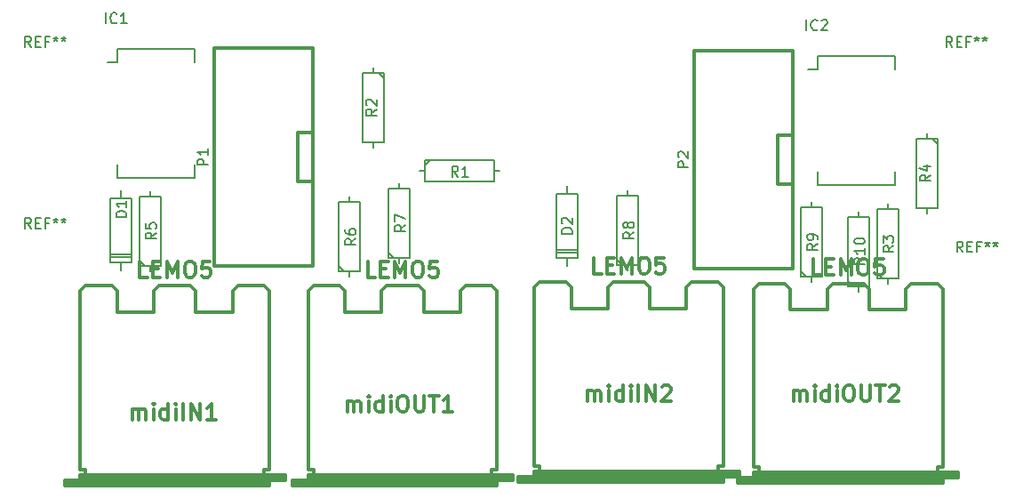
<source format=gbr>
G04 #@! TF.FileFunction,Legend,Top*
%FSLAX46Y46*%
G04 Gerber Fmt 4.6, Leading zero omitted, Abs format (unit mm)*
G04 Created by KiCad (PCBNEW 4.0.2-stable) date 15/07/2016 14:21:11*
%MOMM*%
G01*
G04 APERTURE LIST*
%ADD10C,0.100000*%
%ADD11C,0.150000*%
%ADD12C,0.304800*%
%ADD13C,0.299720*%
%ADD14C,0.203200*%
G04 APERTURE END LIST*
D10*
D11*
X46250000Y-65250000D02*
X46250000Y-64488000D01*
X46250000Y-64488000D02*
X47266000Y-64488000D01*
X47266000Y-64488000D02*
X47266000Y-58392000D01*
X47266000Y-58392000D02*
X46250000Y-58392000D01*
X46250000Y-58392000D02*
X46250000Y-57630000D01*
X46250000Y-58392000D02*
X45234000Y-58392000D01*
X45234000Y-58392000D02*
X45234000Y-64488000D01*
X45234000Y-64488000D02*
X46250000Y-64488000D01*
X47266000Y-63980000D02*
X45234000Y-63980000D01*
X45234000Y-63726000D02*
X47266000Y-63726000D01*
X88750000Y-64810000D02*
X88750000Y-64048000D01*
X88750000Y-64048000D02*
X89766000Y-64048000D01*
X89766000Y-64048000D02*
X89766000Y-57952000D01*
X89766000Y-57952000D02*
X88750000Y-57952000D01*
X88750000Y-57952000D02*
X88750000Y-57190000D01*
X88750000Y-57952000D02*
X87734000Y-57952000D01*
X87734000Y-57952000D02*
X87734000Y-64048000D01*
X87734000Y-64048000D02*
X88750000Y-64048000D01*
X89766000Y-63540000D02*
X87734000Y-63540000D01*
X87734000Y-63286000D02*
X89766000Y-63286000D01*
X45885000Y-44205000D02*
X45885000Y-45475000D01*
X53235000Y-44205000D02*
X53235000Y-45475000D01*
X53235000Y-56415000D02*
X53235000Y-55145000D01*
X45885000Y-56415000D02*
X45885000Y-55145000D01*
X45885000Y-44205000D02*
X53235000Y-44205000D01*
X45885000Y-56415000D02*
X53235000Y-56415000D01*
X45885000Y-45475000D02*
X44950000Y-45475000D01*
X112635000Y-44875000D02*
X112635000Y-46145000D01*
X119985000Y-44875000D02*
X119985000Y-46145000D01*
X119985000Y-57085000D02*
X119985000Y-55815000D01*
X112635000Y-57085000D02*
X112635000Y-55815000D01*
X112635000Y-44875000D02*
X119985000Y-44875000D01*
X112635000Y-57085000D02*
X119985000Y-57085000D01*
X112635000Y-46145000D02*
X111700000Y-46145000D01*
D12*
X42353541Y-84975040D02*
X61853121Y-84975040D01*
X60351981Y-85223960D02*
X42353541Y-85223960D01*
X40852401Y-85475420D02*
X60351981Y-85475420D01*
X42353541Y-67225520D02*
X42353541Y-84225740D01*
X42353541Y-67225520D02*
X42853921Y-66725140D01*
X42853921Y-66725140D02*
X45353281Y-66725140D01*
X45353281Y-66725140D02*
X45853661Y-67225520D01*
X45853661Y-67225520D02*
X45853661Y-69224500D01*
X45853661Y-69224500D02*
X49353781Y-69224500D01*
X60351981Y-67225520D02*
X60351981Y-84225740D01*
X60351981Y-67225520D02*
X59851601Y-66725140D01*
X59851601Y-66725140D02*
X57852621Y-66725140D01*
X57852621Y-66725140D02*
X57352241Y-66725140D01*
X57352241Y-66725140D02*
X56851861Y-67225520D01*
X56851861Y-67225520D02*
X56851861Y-69224500D01*
X56851861Y-69224500D02*
X53351741Y-69224500D01*
X49851621Y-66725140D02*
X49353781Y-67225520D01*
X49353781Y-67225520D02*
X49353781Y-69224500D01*
X49851621Y-66725140D02*
X52853901Y-66725140D01*
X52853901Y-66725140D02*
X53351741Y-67225520D01*
X53351741Y-67225520D02*
X53351741Y-69224500D01*
X61853121Y-85223960D02*
X60351981Y-85223960D01*
X60351981Y-85223960D02*
X60351981Y-85724340D01*
X60351981Y-85724340D02*
X40852401Y-85724340D01*
X40852401Y-85223960D02*
X42353541Y-85223960D01*
X42353541Y-85223960D02*
X42353541Y-84723580D01*
X42353541Y-84723580D02*
X61853121Y-84723580D01*
X60351981Y-84225740D02*
X59851601Y-84225740D01*
X42353541Y-84225740D02*
X42853921Y-84225740D01*
X59851601Y-84723580D02*
X59851601Y-84225740D01*
X42853921Y-84225740D02*
X42853921Y-84723580D01*
X40852401Y-85724340D02*
X40852401Y-85223960D01*
X61853121Y-84723580D02*
X61853121Y-85223960D01*
X85603541Y-84615040D02*
X105103121Y-84615040D01*
X103601981Y-84863960D02*
X85603541Y-84863960D01*
X84102401Y-85115420D02*
X103601981Y-85115420D01*
X85603541Y-66865520D02*
X85603541Y-83865740D01*
X85603541Y-66865520D02*
X86103921Y-66365140D01*
X86103921Y-66365140D02*
X88603281Y-66365140D01*
X88603281Y-66365140D02*
X89103661Y-66865520D01*
X89103661Y-66865520D02*
X89103661Y-68864500D01*
X89103661Y-68864500D02*
X92603781Y-68864500D01*
X103601981Y-66865520D02*
X103601981Y-83865740D01*
X103601981Y-66865520D02*
X103101601Y-66365140D01*
X103101601Y-66365140D02*
X101102621Y-66365140D01*
X101102621Y-66365140D02*
X100602241Y-66365140D01*
X100602241Y-66365140D02*
X100101861Y-66865520D01*
X100101861Y-66865520D02*
X100101861Y-68864500D01*
X100101861Y-68864500D02*
X96601741Y-68864500D01*
X93101621Y-66365140D02*
X92603781Y-66865520D01*
X92603781Y-66865520D02*
X92603781Y-68864500D01*
X93101621Y-66365140D02*
X96103901Y-66365140D01*
X96103901Y-66365140D02*
X96601741Y-66865520D01*
X96601741Y-66865520D02*
X96601741Y-68864500D01*
X105103121Y-84863960D02*
X103601981Y-84863960D01*
X103601981Y-84863960D02*
X103601981Y-85364340D01*
X103601981Y-85364340D02*
X84102401Y-85364340D01*
X84102401Y-84863960D02*
X85603541Y-84863960D01*
X85603541Y-84863960D02*
X85603541Y-84363580D01*
X85603541Y-84363580D02*
X105103121Y-84363580D01*
X103601981Y-83865740D02*
X103101601Y-83865740D01*
X85603541Y-83865740D02*
X86103921Y-83865740D01*
X103101601Y-84363580D02*
X103101601Y-83865740D01*
X86103921Y-83865740D02*
X86103921Y-84363580D01*
X84102401Y-85364340D02*
X84102401Y-84863960D01*
X105103121Y-84363580D02*
X105103121Y-84863960D01*
X64053541Y-84975040D02*
X83553121Y-84975040D01*
X82051981Y-85223960D02*
X64053541Y-85223960D01*
X62552401Y-85475420D02*
X82051981Y-85475420D01*
X64053541Y-67225520D02*
X64053541Y-84225740D01*
X64053541Y-67225520D02*
X64553921Y-66725140D01*
X64553921Y-66725140D02*
X67053281Y-66725140D01*
X67053281Y-66725140D02*
X67553661Y-67225520D01*
X67553661Y-67225520D02*
X67553661Y-69224500D01*
X67553661Y-69224500D02*
X71053781Y-69224500D01*
X82051981Y-67225520D02*
X82051981Y-84225740D01*
X82051981Y-67225520D02*
X81551601Y-66725140D01*
X81551601Y-66725140D02*
X79552621Y-66725140D01*
X79552621Y-66725140D02*
X79052241Y-66725140D01*
X79052241Y-66725140D02*
X78551861Y-67225520D01*
X78551861Y-67225520D02*
X78551861Y-69224500D01*
X78551861Y-69224500D02*
X75051741Y-69224500D01*
X71551621Y-66725140D02*
X71053781Y-67225520D01*
X71053781Y-67225520D02*
X71053781Y-69224500D01*
X71551621Y-66725140D02*
X74553901Y-66725140D01*
X74553901Y-66725140D02*
X75051741Y-67225520D01*
X75051741Y-67225520D02*
X75051741Y-69224500D01*
X83553121Y-85223960D02*
X82051981Y-85223960D01*
X82051981Y-85223960D02*
X82051981Y-85724340D01*
X82051981Y-85724340D02*
X62552401Y-85724340D01*
X62552401Y-85223960D02*
X64053541Y-85223960D01*
X64053541Y-85223960D02*
X64053541Y-84723580D01*
X64053541Y-84723580D02*
X83553121Y-84723580D01*
X82051981Y-84225740D02*
X81551601Y-84225740D01*
X64053541Y-84225740D02*
X64553921Y-84225740D01*
X81551601Y-84723580D02*
X81551601Y-84225740D01*
X64553921Y-84225740D02*
X64553921Y-84723580D01*
X62552401Y-85724340D02*
X62552401Y-85223960D01*
X83553121Y-84723580D02*
X83553121Y-85223960D01*
X106500780Y-84750300D02*
X126000360Y-84750300D01*
X124499220Y-84999220D02*
X106500780Y-84999220D01*
X104999640Y-85250680D02*
X124499220Y-85250680D01*
X106500780Y-67000780D02*
X106500780Y-84001000D01*
X106500780Y-67000780D02*
X107001160Y-66500400D01*
X107001160Y-66500400D02*
X109500520Y-66500400D01*
X109500520Y-66500400D02*
X110000900Y-67000780D01*
X110000900Y-67000780D02*
X110000900Y-68999760D01*
X110000900Y-68999760D02*
X113501020Y-68999760D01*
X124499220Y-67000780D02*
X124499220Y-84001000D01*
X124499220Y-67000780D02*
X123998840Y-66500400D01*
X123998840Y-66500400D02*
X121999860Y-66500400D01*
X121999860Y-66500400D02*
X121499480Y-66500400D01*
X121499480Y-66500400D02*
X120999100Y-67000780D01*
X120999100Y-67000780D02*
X120999100Y-68999760D01*
X120999100Y-68999760D02*
X117498980Y-68999760D01*
X113998860Y-66500400D02*
X113501020Y-67000780D01*
X113501020Y-67000780D02*
X113501020Y-68999760D01*
X113998860Y-66500400D02*
X117001140Y-66500400D01*
X117001140Y-66500400D02*
X117498980Y-67000780D01*
X117498980Y-67000780D02*
X117498980Y-68999760D01*
X126000360Y-84999220D02*
X124499220Y-84999220D01*
X124499220Y-84999220D02*
X124499220Y-85499600D01*
X124499220Y-85499600D02*
X104999640Y-85499600D01*
X104999640Y-84999220D02*
X106500780Y-84999220D01*
X106500780Y-84999220D02*
X106500780Y-84498840D01*
X106500780Y-84498840D02*
X126000360Y-84498840D01*
X124499220Y-84001000D02*
X123998840Y-84001000D01*
X106500780Y-84001000D02*
X107001160Y-84001000D01*
X123998840Y-84498840D02*
X123998840Y-84001000D01*
X107001160Y-84001000D02*
X107001160Y-84498840D01*
X104999640Y-85499600D02*
X104999640Y-84999220D01*
X126000360Y-84498840D02*
X126000360Y-84999220D01*
X64470000Y-64860000D02*
X64470000Y-44060000D01*
X55070000Y-44060000D02*
X55070000Y-64860000D01*
X55070000Y-64860000D02*
X64470000Y-64860000D01*
X55070000Y-44060000D02*
X64470000Y-44060000D01*
D13*
X64470000Y-52160000D02*
X63070000Y-52160000D01*
X63070000Y-52160000D02*
X63070000Y-56760000D01*
X63070000Y-56760000D02*
X64470000Y-56760000D01*
D12*
X110220000Y-65110000D02*
X110220000Y-44310000D01*
X100820000Y-44310000D02*
X100820000Y-65110000D01*
X100820000Y-65110000D02*
X110220000Y-65110000D01*
X100820000Y-44310000D02*
X110220000Y-44310000D01*
D13*
X110220000Y-52410000D02*
X108820000Y-52410000D01*
X108820000Y-52410000D02*
X108820000Y-57010000D01*
X108820000Y-57010000D02*
X110220000Y-57010000D01*
D11*
X74690000Y-55750000D02*
X75198000Y-55750000D01*
X82310000Y-55750000D02*
X81802000Y-55750000D01*
X81802000Y-55750000D02*
X81802000Y-54734000D01*
X81802000Y-54734000D02*
X75198000Y-54734000D01*
X75198000Y-54734000D02*
X75198000Y-56766000D01*
X75198000Y-56766000D02*
X81802000Y-56766000D01*
X81802000Y-56766000D02*
X81802000Y-55750000D01*
X75198000Y-55242000D02*
X75706000Y-54734000D01*
X70250000Y-45940000D02*
X70250000Y-46448000D01*
X70250000Y-53560000D02*
X70250000Y-53052000D01*
X70250000Y-53052000D02*
X71266000Y-53052000D01*
X71266000Y-53052000D02*
X71266000Y-46448000D01*
X71266000Y-46448000D02*
X69234000Y-46448000D01*
X69234000Y-46448000D02*
X69234000Y-53052000D01*
X69234000Y-53052000D02*
X70250000Y-53052000D01*
X70758000Y-46448000D02*
X71266000Y-46956000D01*
X119250000Y-66560000D02*
X119250000Y-66052000D01*
X119250000Y-58940000D02*
X119250000Y-59448000D01*
X119250000Y-59448000D02*
X118234000Y-59448000D01*
X118234000Y-59448000D02*
X118234000Y-66052000D01*
X118234000Y-66052000D02*
X120266000Y-66052000D01*
X120266000Y-66052000D02*
X120266000Y-59448000D01*
X120266000Y-59448000D02*
X119250000Y-59448000D01*
X118742000Y-66052000D02*
X118234000Y-65544000D01*
X123000000Y-52190000D02*
X123000000Y-52698000D01*
X123000000Y-59810000D02*
X123000000Y-59302000D01*
X123000000Y-59302000D02*
X124016000Y-59302000D01*
X124016000Y-59302000D02*
X124016000Y-52698000D01*
X124016000Y-52698000D02*
X121984000Y-52698000D01*
X121984000Y-52698000D02*
X121984000Y-59302000D01*
X121984000Y-59302000D02*
X123000000Y-59302000D01*
X123508000Y-52698000D02*
X124016000Y-53206000D01*
X49000000Y-65310000D02*
X49000000Y-64802000D01*
X49000000Y-57690000D02*
X49000000Y-58198000D01*
X49000000Y-58198000D02*
X47984000Y-58198000D01*
X47984000Y-58198000D02*
X47984000Y-64802000D01*
X47984000Y-64802000D02*
X50016000Y-64802000D01*
X50016000Y-64802000D02*
X50016000Y-58198000D01*
X50016000Y-58198000D02*
X49000000Y-58198000D01*
X48492000Y-64802000D02*
X47984000Y-64294000D01*
X68000000Y-65870000D02*
X68000000Y-65362000D01*
X68000000Y-58250000D02*
X68000000Y-58758000D01*
X68000000Y-58758000D02*
X66984000Y-58758000D01*
X66984000Y-58758000D02*
X66984000Y-65362000D01*
X66984000Y-65362000D02*
X69016000Y-65362000D01*
X69016000Y-65362000D02*
X69016000Y-58758000D01*
X69016000Y-58758000D02*
X68000000Y-58758000D01*
X67492000Y-65362000D02*
X66984000Y-64854000D01*
X72750000Y-64560000D02*
X72750000Y-64052000D01*
X72750000Y-56940000D02*
X72750000Y-57448000D01*
X72750000Y-57448000D02*
X71734000Y-57448000D01*
X71734000Y-57448000D02*
X71734000Y-64052000D01*
X71734000Y-64052000D02*
X73766000Y-64052000D01*
X73766000Y-64052000D02*
X73766000Y-57448000D01*
X73766000Y-57448000D02*
X72750000Y-57448000D01*
X72242000Y-64052000D02*
X71734000Y-63544000D01*
X94500000Y-65250000D02*
X94500000Y-64742000D01*
X94500000Y-57630000D02*
X94500000Y-58138000D01*
X94500000Y-58138000D02*
X93484000Y-58138000D01*
X93484000Y-58138000D02*
X93484000Y-64742000D01*
X93484000Y-64742000D02*
X95516000Y-64742000D01*
X95516000Y-64742000D02*
X95516000Y-58138000D01*
X95516000Y-58138000D02*
X94500000Y-58138000D01*
X93992000Y-64742000D02*
X93484000Y-64234000D01*
X112000000Y-66370000D02*
X112000000Y-65862000D01*
X112000000Y-58750000D02*
X112000000Y-59258000D01*
X112000000Y-59258000D02*
X110984000Y-59258000D01*
X110984000Y-59258000D02*
X110984000Y-65862000D01*
X110984000Y-65862000D02*
X113016000Y-65862000D01*
X113016000Y-65862000D02*
X113016000Y-59258000D01*
X113016000Y-59258000D02*
X112000000Y-59258000D01*
X111492000Y-65862000D02*
X110984000Y-65354000D01*
X116500000Y-67250000D02*
X116500000Y-66742000D01*
X116500000Y-59630000D02*
X116500000Y-60138000D01*
X116500000Y-60138000D02*
X115484000Y-60138000D01*
X115484000Y-60138000D02*
X115484000Y-66742000D01*
X115484000Y-66742000D02*
X117516000Y-66742000D01*
X117516000Y-66742000D02*
X117516000Y-60138000D01*
X117516000Y-60138000D02*
X116500000Y-60138000D01*
X115992000Y-66742000D02*
X115484000Y-66234000D01*
X37666667Y-61252381D02*
X37333333Y-60776190D01*
X37095238Y-61252381D02*
X37095238Y-60252381D01*
X37476191Y-60252381D01*
X37571429Y-60300000D01*
X37619048Y-60347619D01*
X37666667Y-60442857D01*
X37666667Y-60585714D01*
X37619048Y-60680952D01*
X37571429Y-60728571D01*
X37476191Y-60776190D01*
X37095238Y-60776190D01*
X38095238Y-60728571D02*
X38428572Y-60728571D01*
X38571429Y-61252381D02*
X38095238Y-61252381D01*
X38095238Y-60252381D01*
X38571429Y-60252381D01*
X39333334Y-60728571D02*
X39000000Y-60728571D01*
X39000000Y-61252381D02*
X39000000Y-60252381D01*
X39476191Y-60252381D01*
X40000000Y-60252381D02*
X40000000Y-60490476D01*
X39761905Y-60395238D02*
X40000000Y-60490476D01*
X40238096Y-60395238D01*
X39857143Y-60680952D02*
X40000000Y-60490476D01*
X40142858Y-60680952D01*
X40761905Y-60252381D02*
X40761905Y-60490476D01*
X40523810Y-60395238D02*
X40761905Y-60490476D01*
X41000001Y-60395238D01*
X40619048Y-60680952D02*
X40761905Y-60490476D01*
X40904763Y-60680952D01*
X126416667Y-63502381D02*
X126083333Y-63026190D01*
X125845238Y-63502381D02*
X125845238Y-62502381D01*
X126226191Y-62502381D01*
X126321429Y-62550000D01*
X126369048Y-62597619D01*
X126416667Y-62692857D01*
X126416667Y-62835714D01*
X126369048Y-62930952D01*
X126321429Y-62978571D01*
X126226191Y-63026190D01*
X125845238Y-63026190D01*
X126845238Y-62978571D02*
X127178572Y-62978571D01*
X127321429Y-63502381D02*
X126845238Y-63502381D01*
X126845238Y-62502381D01*
X127321429Y-62502381D01*
X128083334Y-62978571D02*
X127750000Y-62978571D01*
X127750000Y-63502381D02*
X127750000Y-62502381D01*
X128226191Y-62502381D01*
X128750000Y-62502381D02*
X128750000Y-62740476D01*
X128511905Y-62645238D02*
X128750000Y-62740476D01*
X128988096Y-62645238D01*
X128607143Y-62930952D02*
X128750000Y-62740476D01*
X128892858Y-62930952D01*
X129511905Y-62502381D02*
X129511905Y-62740476D01*
X129273810Y-62645238D02*
X129511905Y-62740476D01*
X129750001Y-62645238D01*
X129369048Y-62930952D02*
X129511905Y-62740476D01*
X129654763Y-62930952D01*
X125416667Y-44002381D02*
X125083333Y-43526190D01*
X124845238Y-44002381D02*
X124845238Y-43002381D01*
X125226191Y-43002381D01*
X125321429Y-43050000D01*
X125369048Y-43097619D01*
X125416667Y-43192857D01*
X125416667Y-43335714D01*
X125369048Y-43430952D01*
X125321429Y-43478571D01*
X125226191Y-43526190D01*
X124845238Y-43526190D01*
X125845238Y-43478571D02*
X126178572Y-43478571D01*
X126321429Y-44002381D02*
X125845238Y-44002381D01*
X125845238Y-43002381D01*
X126321429Y-43002381D01*
X127083334Y-43478571D02*
X126750000Y-43478571D01*
X126750000Y-44002381D02*
X126750000Y-43002381D01*
X127226191Y-43002381D01*
X127750000Y-43002381D02*
X127750000Y-43240476D01*
X127511905Y-43145238D02*
X127750000Y-43240476D01*
X127988096Y-43145238D01*
X127607143Y-43430952D02*
X127750000Y-43240476D01*
X127892858Y-43430952D01*
X128511905Y-43002381D02*
X128511905Y-43240476D01*
X128273810Y-43145238D02*
X128511905Y-43240476D01*
X128750001Y-43145238D01*
X128369048Y-43430952D02*
X128511905Y-43240476D01*
X128654763Y-43430952D01*
X37666667Y-44002381D02*
X37333333Y-43526190D01*
X37095238Y-44002381D02*
X37095238Y-43002381D01*
X37476191Y-43002381D01*
X37571429Y-43050000D01*
X37619048Y-43097619D01*
X37666667Y-43192857D01*
X37666667Y-43335714D01*
X37619048Y-43430952D01*
X37571429Y-43478571D01*
X37476191Y-43526190D01*
X37095238Y-43526190D01*
X38095238Y-43478571D02*
X38428572Y-43478571D01*
X38571429Y-44002381D02*
X38095238Y-44002381D01*
X38095238Y-43002381D01*
X38571429Y-43002381D01*
X39333334Y-43478571D02*
X39000000Y-43478571D01*
X39000000Y-44002381D02*
X39000000Y-43002381D01*
X39476191Y-43002381D01*
X40000000Y-43002381D02*
X40000000Y-43240476D01*
X39761905Y-43145238D02*
X40000000Y-43240476D01*
X40238096Y-43145238D01*
X39857143Y-43430952D02*
X40000000Y-43240476D01*
X40142858Y-43430952D01*
X40761905Y-43002381D02*
X40761905Y-43240476D01*
X40523810Y-43145238D02*
X40761905Y-43240476D01*
X41000001Y-43145238D01*
X40619048Y-43430952D02*
X40761905Y-43240476D01*
X40904763Y-43430952D01*
X46762381Y-60178095D02*
X45762381Y-60178095D01*
X45762381Y-59940000D01*
X45810000Y-59797142D01*
X45905238Y-59701904D01*
X46000476Y-59654285D01*
X46190952Y-59606666D01*
X46333810Y-59606666D01*
X46524286Y-59654285D01*
X46619524Y-59701904D01*
X46714762Y-59797142D01*
X46762381Y-59940000D01*
X46762381Y-60178095D01*
X46762381Y-58654285D02*
X46762381Y-59225714D01*
X46762381Y-58940000D02*
X45762381Y-58940000D01*
X45905238Y-59035238D01*
X46000476Y-59130476D01*
X46048095Y-59225714D01*
X89202381Y-61738095D02*
X88202381Y-61738095D01*
X88202381Y-61500000D01*
X88250000Y-61357142D01*
X88345238Y-61261904D01*
X88440476Y-61214285D01*
X88630952Y-61166666D01*
X88773810Y-61166666D01*
X88964286Y-61214285D01*
X89059524Y-61261904D01*
X89154762Y-61357142D01*
X89202381Y-61500000D01*
X89202381Y-61738095D01*
X88297619Y-60785714D02*
X88250000Y-60738095D01*
X88202381Y-60642857D01*
X88202381Y-60404761D01*
X88250000Y-60309523D01*
X88297619Y-60261904D01*
X88392857Y-60214285D01*
X88488095Y-60214285D01*
X88630952Y-60261904D01*
X89202381Y-60833333D01*
X89202381Y-60214285D01*
X44773810Y-41732381D02*
X44773810Y-40732381D01*
X45821429Y-41637143D02*
X45773810Y-41684762D01*
X45630953Y-41732381D01*
X45535715Y-41732381D01*
X45392857Y-41684762D01*
X45297619Y-41589524D01*
X45250000Y-41494286D01*
X45202381Y-41303810D01*
X45202381Y-41160952D01*
X45250000Y-40970476D01*
X45297619Y-40875238D01*
X45392857Y-40780000D01*
X45535715Y-40732381D01*
X45630953Y-40732381D01*
X45773810Y-40780000D01*
X45821429Y-40827619D01*
X46773810Y-41732381D02*
X46202381Y-41732381D01*
X46488095Y-41732381D02*
X46488095Y-40732381D01*
X46392857Y-40875238D01*
X46297619Y-40970476D01*
X46202381Y-41018095D01*
X111523810Y-42402381D02*
X111523810Y-41402381D01*
X112571429Y-42307143D02*
X112523810Y-42354762D01*
X112380953Y-42402381D01*
X112285715Y-42402381D01*
X112142857Y-42354762D01*
X112047619Y-42259524D01*
X112000000Y-42164286D01*
X111952381Y-41973810D01*
X111952381Y-41830952D01*
X112000000Y-41640476D01*
X112047619Y-41545238D01*
X112142857Y-41450000D01*
X112285715Y-41402381D01*
X112380953Y-41402381D01*
X112523810Y-41450000D01*
X112571429Y-41497619D01*
X112952381Y-41497619D02*
X113000000Y-41450000D01*
X113095238Y-41402381D01*
X113333334Y-41402381D01*
X113428572Y-41450000D01*
X113476191Y-41497619D01*
X113523810Y-41592857D01*
X113523810Y-41688095D01*
X113476191Y-41830952D01*
X112904762Y-42402381D01*
X113523810Y-42402381D01*
D12*
X47294858Y-79439429D02*
X47294858Y-78423429D01*
X47294858Y-78568571D02*
X47367430Y-78496000D01*
X47512572Y-78423429D01*
X47730287Y-78423429D01*
X47875430Y-78496000D01*
X47948001Y-78641143D01*
X47948001Y-79439429D01*
X47948001Y-78641143D02*
X48020572Y-78496000D01*
X48165715Y-78423429D01*
X48383430Y-78423429D01*
X48528572Y-78496000D01*
X48601144Y-78641143D01*
X48601144Y-79439429D01*
X49326858Y-79439429D02*
X49326858Y-78423429D01*
X49326858Y-77915429D02*
X49254287Y-77988000D01*
X49326858Y-78060571D01*
X49399430Y-77988000D01*
X49326858Y-77915429D01*
X49326858Y-78060571D01*
X50705715Y-79439429D02*
X50705715Y-77915429D01*
X50705715Y-79366857D02*
X50560572Y-79439429D01*
X50270286Y-79439429D01*
X50125144Y-79366857D01*
X50052572Y-79294286D01*
X49980001Y-79149143D01*
X49980001Y-78713714D01*
X50052572Y-78568571D01*
X50125144Y-78496000D01*
X50270286Y-78423429D01*
X50560572Y-78423429D01*
X50705715Y-78496000D01*
X51431429Y-79439429D02*
X51431429Y-78423429D01*
X51431429Y-77915429D02*
X51358858Y-77988000D01*
X51431429Y-78060571D01*
X51504001Y-77988000D01*
X51431429Y-77915429D01*
X51431429Y-78060571D01*
X52157143Y-79439429D02*
X52157143Y-77915429D01*
X52882857Y-79439429D02*
X52882857Y-77915429D01*
X53753714Y-79439429D01*
X53753714Y-77915429D01*
X55277714Y-79439429D02*
X54406857Y-79439429D01*
X54842285Y-79439429D02*
X54842285Y-77915429D01*
X54697142Y-78133143D01*
X54552000Y-78278286D01*
X54406857Y-78350857D01*
X48740190Y-65913429D02*
X48014476Y-65913429D01*
X48014476Y-64389429D01*
X49248190Y-65115143D02*
X49756190Y-65115143D01*
X49973904Y-65913429D02*
X49248190Y-65913429D01*
X49248190Y-64389429D01*
X49973904Y-64389429D01*
X50627047Y-65913429D02*
X50627047Y-64389429D01*
X51135047Y-65478000D01*
X51643047Y-64389429D01*
X51643047Y-65913429D01*
X52659047Y-64389429D02*
X52949333Y-64389429D01*
X53094475Y-64462000D01*
X53239618Y-64607143D01*
X53312190Y-64897429D01*
X53312190Y-65405429D01*
X53239618Y-65695714D01*
X53094475Y-65840857D01*
X52949333Y-65913429D01*
X52659047Y-65913429D01*
X52513904Y-65840857D01*
X52368761Y-65695714D01*
X52296190Y-65405429D01*
X52296190Y-64897429D01*
X52368761Y-64607143D01*
X52513904Y-64462000D01*
X52659047Y-64389429D01*
X54691046Y-64389429D02*
X53965332Y-64389429D01*
X53892761Y-65115143D01*
X53965332Y-65042571D01*
X54110475Y-64970000D01*
X54473332Y-64970000D01*
X54618475Y-65042571D01*
X54691046Y-65115143D01*
X54763618Y-65260286D01*
X54763618Y-65623143D01*
X54691046Y-65768286D01*
X54618475Y-65840857D01*
X54473332Y-65913429D01*
X54110475Y-65913429D01*
X53965332Y-65840857D01*
X53892761Y-65768286D01*
X90647619Y-77689429D02*
X90647619Y-76673429D01*
X90647619Y-76818571D02*
X90720191Y-76746000D01*
X90865333Y-76673429D01*
X91083048Y-76673429D01*
X91228191Y-76746000D01*
X91300762Y-76891143D01*
X91300762Y-77689429D01*
X91300762Y-76891143D02*
X91373333Y-76746000D01*
X91518476Y-76673429D01*
X91736191Y-76673429D01*
X91881333Y-76746000D01*
X91953905Y-76891143D01*
X91953905Y-77689429D01*
X92679619Y-77689429D02*
X92679619Y-76673429D01*
X92679619Y-76165429D02*
X92607048Y-76238000D01*
X92679619Y-76310571D01*
X92752191Y-76238000D01*
X92679619Y-76165429D01*
X92679619Y-76310571D01*
X94058476Y-77689429D02*
X94058476Y-76165429D01*
X94058476Y-77616857D02*
X93913333Y-77689429D01*
X93623047Y-77689429D01*
X93477905Y-77616857D01*
X93405333Y-77544286D01*
X93332762Y-77399143D01*
X93332762Y-76963714D01*
X93405333Y-76818571D01*
X93477905Y-76746000D01*
X93623047Y-76673429D01*
X93913333Y-76673429D01*
X94058476Y-76746000D01*
X94784190Y-77689429D02*
X94784190Y-76673429D01*
X94784190Y-76165429D02*
X94711619Y-76238000D01*
X94784190Y-76310571D01*
X94856762Y-76238000D01*
X94784190Y-76165429D01*
X94784190Y-76310571D01*
X95509904Y-77689429D02*
X95509904Y-76165429D01*
X96235618Y-77689429D02*
X96235618Y-76165429D01*
X97106475Y-77689429D01*
X97106475Y-76165429D01*
X97759618Y-76310571D02*
X97832189Y-76238000D01*
X97977332Y-76165429D01*
X98340189Y-76165429D01*
X98485332Y-76238000D01*
X98557903Y-76310571D01*
X98630475Y-76455714D01*
X98630475Y-76600857D01*
X98557903Y-76818571D01*
X97687046Y-77689429D01*
X98630475Y-77689429D01*
X91990190Y-65553429D02*
X91264476Y-65553429D01*
X91264476Y-64029429D01*
X92498190Y-64755143D02*
X93006190Y-64755143D01*
X93223904Y-65553429D02*
X92498190Y-65553429D01*
X92498190Y-64029429D01*
X93223904Y-64029429D01*
X93877047Y-65553429D02*
X93877047Y-64029429D01*
X94385047Y-65118000D01*
X94893047Y-64029429D01*
X94893047Y-65553429D01*
X95909047Y-64029429D02*
X96199333Y-64029429D01*
X96344475Y-64102000D01*
X96489618Y-64247143D01*
X96562190Y-64537429D01*
X96562190Y-65045429D01*
X96489618Y-65335714D01*
X96344475Y-65480857D01*
X96199333Y-65553429D01*
X95909047Y-65553429D01*
X95763904Y-65480857D01*
X95618761Y-65335714D01*
X95546190Y-65045429D01*
X95546190Y-64537429D01*
X95618761Y-64247143D01*
X95763904Y-64102000D01*
X95909047Y-64029429D01*
X97941046Y-64029429D02*
X97215332Y-64029429D01*
X97142761Y-64755143D01*
X97215332Y-64682571D01*
X97360475Y-64610000D01*
X97723332Y-64610000D01*
X97868475Y-64682571D01*
X97941046Y-64755143D01*
X98013618Y-64900286D01*
X98013618Y-65263143D01*
X97941046Y-65408286D01*
X97868475Y-65480857D01*
X97723332Y-65553429D01*
X97360475Y-65553429D01*
X97215332Y-65480857D01*
X97142761Y-65408286D01*
X67778858Y-78689429D02*
X67778858Y-77673429D01*
X67778858Y-77818571D02*
X67851430Y-77746000D01*
X67996572Y-77673429D01*
X68214287Y-77673429D01*
X68359430Y-77746000D01*
X68432001Y-77891143D01*
X68432001Y-78689429D01*
X68432001Y-77891143D02*
X68504572Y-77746000D01*
X68649715Y-77673429D01*
X68867430Y-77673429D01*
X69012572Y-77746000D01*
X69085144Y-77891143D01*
X69085144Y-78689429D01*
X69810858Y-78689429D02*
X69810858Y-77673429D01*
X69810858Y-77165429D02*
X69738287Y-77238000D01*
X69810858Y-77310571D01*
X69883430Y-77238000D01*
X69810858Y-77165429D01*
X69810858Y-77310571D01*
X71189715Y-78689429D02*
X71189715Y-77165429D01*
X71189715Y-78616857D02*
X71044572Y-78689429D01*
X70754286Y-78689429D01*
X70609144Y-78616857D01*
X70536572Y-78544286D01*
X70464001Y-78399143D01*
X70464001Y-77963714D01*
X70536572Y-77818571D01*
X70609144Y-77746000D01*
X70754286Y-77673429D01*
X71044572Y-77673429D01*
X71189715Y-77746000D01*
X71915429Y-78689429D02*
X71915429Y-77673429D01*
X71915429Y-77165429D02*
X71842858Y-77238000D01*
X71915429Y-77310571D01*
X71988001Y-77238000D01*
X71915429Y-77165429D01*
X71915429Y-77310571D01*
X72931429Y-77165429D02*
X73221715Y-77165429D01*
X73366857Y-77238000D01*
X73512000Y-77383143D01*
X73584572Y-77673429D01*
X73584572Y-78181429D01*
X73512000Y-78471714D01*
X73366857Y-78616857D01*
X73221715Y-78689429D01*
X72931429Y-78689429D01*
X72786286Y-78616857D01*
X72641143Y-78471714D01*
X72568572Y-78181429D01*
X72568572Y-77673429D01*
X72641143Y-77383143D01*
X72786286Y-77238000D01*
X72931429Y-77165429D01*
X74237714Y-77165429D02*
X74237714Y-78399143D01*
X74310286Y-78544286D01*
X74382857Y-78616857D01*
X74528000Y-78689429D01*
X74818286Y-78689429D01*
X74963428Y-78616857D01*
X75036000Y-78544286D01*
X75108571Y-78399143D01*
X75108571Y-77165429D01*
X75616571Y-77165429D02*
X76487428Y-77165429D01*
X76051999Y-78689429D02*
X76051999Y-77165429D01*
X77793714Y-78689429D02*
X76922857Y-78689429D01*
X77358285Y-78689429D02*
X77358285Y-77165429D01*
X77213142Y-77383143D01*
X77068000Y-77528286D01*
X76922857Y-77600857D01*
X70440190Y-65913429D02*
X69714476Y-65913429D01*
X69714476Y-64389429D01*
X70948190Y-65115143D02*
X71456190Y-65115143D01*
X71673904Y-65913429D02*
X70948190Y-65913429D01*
X70948190Y-64389429D01*
X71673904Y-64389429D01*
X72327047Y-65913429D02*
X72327047Y-64389429D01*
X72835047Y-65478000D01*
X73343047Y-64389429D01*
X73343047Y-65913429D01*
X74359047Y-64389429D02*
X74649333Y-64389429D01*
X74794475Y-64462000D01*
X74939618Y-64607143D01*
X75012190Y-64897429D01*
X75012190Y-65405429D01*
X74939618Y-65695714D01*
X74794475Y-65840857D01*
X74649333Y-65913429D01*
X74359047Y-65913429D01*
X74213904Y-65840857D01*
X74068761Y-65695714D01*
X73996190Y-65405429D01*
X73996190Y-64897429D01*
X74068761Y-64607143D01*
X74213904Y-64462000D01*
X74359047Y-64389429D01*
X76391046Y-64389429D02*
X75665332Y-64389429D01*
X75592761Y-65115143D01*
X75665332Y-65042571D01*
X75810475Y-64970000D01*
X76173332Y-64970000D01*
X76318475Y-65042571D01*
X76391046Y-65115143D01*
X76463618Y-65260286D01*
X76463618Y-65623143D01*
X76391046Y-65768286D01*
X76318475Y-65840857D01*
X76173332Y-65913429D01*
X75810475Y-65913429D01*
X75665332Y-65840857D01*
X75592761Y-65768286D01*
X110278858Y-77689429D02*
X110278858Y-76673429D01*
X110278858Y-76818571D02*
X110351430Y-76746000D01*
X110496572Y-76673429D01*
X110714287Y-76673429D01*
X110859430Y-76746000D01*
X110932001Y-76891143D01*
X110932001Y-77689429D01*
X110932001Y-76891143D02*
X111004572Y-76746000D01*
X111149715Y-76673429D01*
X111367430Y-76673429D01*
X111512572Y-76746000D01*
X111585144Y-76891143D01*
X111585144Y-77689429D01*
X112310858Y-77689429D02*
X112310858Y-76673429D01*
X112310858Y-76165429D02*
X112238287Y-76238000D01*
X112310858Y-76310571D01*
X112383430Y-76238000D01*
X112310858Y-76165429D01*
X112310858Y-76310571D01*
X113689715Y-77689429D02*
X113689715Y-76165429D01*
X113689715Y-77616857D02*
X113544572Y-77689429D01*
X113254286Y-77689429D01*
X113109144Y-77616857D01*
X113036572Y-77544286D01*
X112964001Y-77399143D01*
X112964001Y-76963714D01*
X113036572Y-76818571D01*
X113109144Y-76746000D01*
X113254286Y-76673429D01*
X113544572Y-76673429D01*
X113689715Y-76746000D01*
X114415429Y-77689429D02*
X114415429Y-76673429D01*
X114415429Y-76165429D02*
X114342858Y-76238000D01*
X114415429Y-76310571D01*
X114488001Y-76238000D01*
X114415429Y-76165429D01*
X114415429Y-76310571D01*
X115431429Y-76165429D02*
X115721715Y-76165429D01*
X115866857Y-76238000D01*
X116012000Y-76383143D01*
X116084572Y-76673429D01*
X116084572Y-77181429D01*
X116012000Y-77471714D01*
X115866857Y-77616857D01*
X115721715Y-77689429D01*
X115431429Y-77689429D01*
X115286286Y-77616857D01*
X115141143Y-77471714D01*
X115068572Y-77181429D01*
X115068572Y-76673429D01*
X115141143Y-76383143D01*
X115286286Y-76238000D01*
X115431429Y-76165429D01*
X116737714Y-76165429D02*
X116737714Y-77399143D01*
X116810286Y-77544286D01*
X116882857Y-77616857D01*
X117028000Y-77689429D01*
X117318286Y-77689429D01*
X117463428Y-77616857D01*
X117536000Y-77544286D01*
X117608571Y-77399143D01*
X117608571Y-76165429D01*
X118116571Y-76165429D02*
X118987428Y-76165429D01*
X118551999Y-77689429D02*
X118551999Y-76165429D01*
X119422857Y-76310571D02*
X119495428Y-76238000D01*
X119640571Y-76165429D01*
X120003428Y-76165429D01*
X120148571Y-76238000D01*
X120221142Y-76310571D01*
X120293714Y-76455714D01*
X120293714Y-76600857D01*
X120221142Y-76818571D01*
X119350285Y-77689429D01*
X120293714Y-77689429D01*
X112887429Y-65688689D02*
X112161715Y-65688689D01*
X112161715Y-64164689D01*
X113395429Y-64890403D02*
X113903429Y-64890403D01*
X114121143Y-65688689D02*
X113395429Y-65688689D01*
X113395429Y-64164689D01*
X114121143Y-64164689D01*
X114774286Y-65688689D02*
X114774286Y-64164689D01*
X115282286Y-65253260D01*
X115790286Y-64164689D01*
X115790286Y-65688689D01*
X116806286Y-64164689D02*
X117096572Y-64164689D01*
X117241714Y-64237260D01*
X117386857Y-64382403D01*
X117459429Y-64672689D01*
X117459429Y-65180689D01*
X117386857Y-65470974D01*
X117241714Y-65616117D01*
X117096572Y-65688689D01*
X116806286Y-65688689D01*
X116661143Y-65616117D01*
X116516000Y-65470974D01*
X116443429Y-65180689D01*
X116443429Y-64672689D01*
X116516000Y-64382403D01*
X116661143Y-64237260D01*
X116806286Y-64164689D01*
X118838285Y-64164689D02*
X118112571Y-64164689D01*
X118040000Y-64890403D01*
X118112571Y-64817831D01*
X118257714Y-64745260D01*
X118620571Y-64745260D01*
X118765714Y-64817831D01*
X118838285Y-64890403D01*
X118910857Y-65035546D01*
X118910857Y-65398403D01*
X118838285Y-65543546D01*
X118765714Y-65616117D01*
X118620571Y-65688689D01*
X118257714Y-65688689D01*
X118112571Y-65616117D01*
X118040000Y-65543546D01*
D14*
X54522381Y-55198095D02*
X53522381Y-55198095D01*
X53522381Y-54817142D01*
X53570000Y-54721904D01*
X53617619Y-54674285D01*
X53712857Y-54626666D01*
X53855714Y-54626666D01*
X53950952Y-54674285D01*
X53998571Y-54721904D01*
X54046190Y-54817142D01*
X54046190Y-55198095D01*
X54522381Y-53674285D02*
X54522381Y-54245714D01*
X54522381Y-53960000D02*
X53522381Y-53960000D01*
X53665238Y-54055238D01*
X53760476Y-54150476D01*
X53808095Y-54245714D01*
X100272381Y-55448095D02*
X99272381Y-55448095D01*
X99272381Y-55067142D01*
X99320000Y-54971904D01*
X99367619Y-54924285D01*
X99462857Y-54876666D01*
X99605714Y-54876666D01*
X99700952Y-54924285D01*
X99748571Y-54971904D01*
X99796190Y-55067142D01*
X99796190Y-55448095D01*
X99367619Y-54495714D02*
X99320000Y-54448095D01*
X99272381Y-54352857D01*
X99272381Y-54114761D01*
X99320000Y-54019523D01*
X99367619Y-53971904D01*
X99462857Y-53924285D01*
X99558095Y-53924285D01*
X99700952Y-53971904D01*
X100272381Y-54543333D01*
X100272381Y-53924285D01*
D11*
X78333334Y-56329381D02*
X78000000Y-55853190D01*
X77761905Y-56329381D02*
X77761905Y-55329381D01*
X78142858Y-55329381D01*
X78238096Y-55377000D01*
X78285715Y-55424619D01*
X78333334Y-55519857D01*
X78333334Y-55662714D01*
X78285715Y-55757952D01*
X78238096Y-55805571D01*
X78142858Y-55853190D01*
X77761905Y-55853190D01*
X79285715Y-56329381D02*
X78714286Y-56329381D01*
X79000000Y-56329381D02*
X79000000Y-55329381D01*
X78904762Y-55472238D01*
X78809524Y-55567476D01*
X78714286Y-55615095D01*
X70575381Y-49916666D02*
X70099190Y-50250000D01*
X70575381Y-50488095D02*
X69575381Y-50488095D01*
X69575381Y-50107142D01*
X69623000Y-50011904D01*
X69670619Y-49964285D01*
X69765857Y-49916666D01*
X69908714Y-49916666D01*
X70003952Y-49964285D01*
X70051571Y-50011904D01*
X70099190Y-50107142D01*
X70099190Y-50488095D01*
X69670619Y-49535714D02*
X69623000Y-49488095D01*
X69575381Y-49392857D01*
X69575381Y-49154761D01*
X69623000Y-49059523D01*
X69670619Y-49011904D01*
X69765857Y-48964285D01*
X69861095Y-48964285D01*
X70003952Y-49011904D01*
X70575381Y-49583333D01*
X70575381Y-48964285D01*
X119829381Y-62916666D02*
X119353190Y-63250000D01*
X119829381Y-63488095D02*
X118829381Y-63488095D01*
X118829381Y-63107142D01*
X118877000Y-63011904D01*
X118924619Y-62964285D01*
X119019857Y-62916666D01*
X119162714Y-62916666D01*
X119257952Y-62964285D01*
X119305571Y-63011904D01*
X119353190Y-63107142D01*
X119353190Y-63488095D01*
X118829381Y-62583333D02*
X118829381Y-61964285D01*
X119210333Y-62297619D01*
X119210333Y-62154761D01*
X119257952Y-62059523D01*
X119305571Y-62011904D01*
X119400810Y-61964285D01*
X119638905Y-61964285D01*
X119734143Y-62011904D01*
X119781762Y-62059523D01*
X119829381Y-62154761D01*
X119829381Y-62440476D01*
X119781762Y-62535714D01*
X119734143Y-62583333D01*
X123325381Y-56166666D02*
X122849190Y-56500000D01*
X123325381Y-56738095D02*
X122325381Y-56738095D01*
X122325381Y-56357142D01*
X122373000Y-56261904D01*
X122420619Y-56214285D01*
X122515857Y-56166666D01*
X122658714Y-56166666D01*
X122753952Y-56214285D01*
X122801571Y-56261904D01*
X122849190Y-56357142D01*
X122849190Y-56738095D01*
X122658714Y-55309523D02*
X123325381Y-55309523D01*
X122277762Y-55547619D02*
X122992048Y-55785714D01*
X122992048Y-55166666D01*
X49579381Y-61666666D02*
X49103190Y-62000000D01*
X49579381Y-62238095D02*
X48579381Y-62238095D01*
X48579381Y-61857142D01*
X48627000Y-61761904D01*
X48674619Y-61714285D01*
X48769857Y-61666666D01*
X48912714Y-61666666D01*
X49007952Y-61714285D01*
X49055571Y-61761904D01*
X49103190Y-61857142D01*
X49103190Y-62238095D01*
X48579381Y-60761904D02*
X48579381Y-61238095D01*
X49055571Y-61285714D01*
X49007952Y-61238095D01*
X48960333Y-61142857D01*
X48960333Y-60904761D01*
X49007952Y-60809523D01*
X49055571Y-60761904D01*
X49150810Y-60714285D01*
X49388905Y-60714285D01*
X49484143Y-60761904D01*
X49531762Y-60809523D01*
X49579381Y-60904761D01*
X49579381Y-61142857D01*
X49531762Y-61238095D01*
X49484143Y-61285714D01*
X68579381Y-62226666D02*
X68103190Y-62560000D01*
X68579381Y-62798095D02*
X67579381Y-62798095D01*
X67579381Y-62417142D01*
X67627000Y-62321904D01*
X67674619Y-62274285D01*
X67769857Y-62226666D01*
X67912714Y-62226666D01*
X68007952Y-62274285D01*
X68055571Y-62321904D01*
X68103190Y-62417142D01*
X68103190Y-62798095D01*
X67579381Y-61369523D02*
X67579381Y-61560000D01*
X67627000Y-61655238D01*
X67674619Y-61702857D01*
X67817476Y-61798095D01*
X68007952Y-61845714D01*
X68388905Y-61845714D01*
X68484143Y-61798095D01*
X68531762Y-61750476D01*
X68579381Y-61655238D01*
X68579381Y-61464761D01*
X68531762Y-61369523D01*
X68484143Y-61321904D01*
X68388905Y-61274285D01*
X68150810Y-61274285D01*
X68055571Y-61321904D01*
X68007952Y-61369523D01*
X67960333Y-61464761D01*
X67960333Y-61655238D01*
X68007952Y-61750476D01*
X68055571Y-61798095D01*
X68150810Y-61845714D01*
X73329381Y-60916666D02*
X72853190Y-61250000D01*
X73329381Y-61488095D02*
X72329381Y-61488095D01*
X72329381Y-61107142D01*
X72377000Y-61011904D01*
X72424619Y-60964285D01*
X72519857Y-60916666D01*
X72662714Y-60916666D01*
X72757952Y-60964285D01*
X72805571Y-61011904D01*
X72853190Y-61107142D01*
X72853190Y-61488095D01*
X72329381Y-60583333D02*
X72329381Y-59916666D01*
X73329381Y-60345238D01*
X95079381Y-61606666D02*
X94603190Y-61940000D01*
X95079381Y-62178095D02*
X94079381Y-62178095D01*
X94079381Y-61797142D01*
X94127000Y-61701904D01*
X94174619Y-61654285D01*
X94269857Y-61606666D01*
X94412714Y-61606666D01*
X94507952Y-61654285D01*
X94555571Y-61701904D01*
X94603190Y-61797142D01*
X94603190Y-62178095D01*
X94507952Y-61035238D02*
X94460333Y-61130476D01*
X94412714Y-61178095D01*
X94317476Y-61225714D01*
X94269857Y-61225714D01*
X94174619Y-61178095D01*
X94127000Y-61130476D01*
X94079381Y-61035238D01*
X94079381Y-60844761D01*
X94127000Y-60749523D01*
X94174619Y-60701904D01*
X94269857Y-60654285D01*
X94317476Y-60654285D01*
X94412714Y-60701904D01*
X94460333Y-60749523D01*
X94507952Y-60844761D01*
X94507952Y-61035238D01*
X94555571Y-61130476D01*
X94603190Y-61178095D01*
X94698429Y-61225714D01*
X94888905Y-61225714D01*
X94984143Y-61178095D01*
X95031762Y-61130476D01*
X95079381Y-61035238D01*
X95079381Y-60844761D01*
X95031762Y-60749523D01*
X94984143Y-60701904D01*
X94888905Y-60654285D01*
X94698429Y-60654285D01*
X94603190Y-60701904D01*
X94555571Y-60749523D01*
X94507952Y-60844761D01*
X112579381Y-62726666D02*
X112103190Y-63060000D01*
X112579381Y-63298095D02*
X111579381Y-63298095D01*
X111579381Y-62917142D01*
X111627000Y-62821904D01*
X111674619Y-62774285D01*
X111769857Y-62726666D01*
X111912714Y-62726666D01*
X112007952Y-62774285D01*
X112055571Y-62821904D01*
X112103190Y-62917142D01*
X112103190Y-63298095D01*
X112579381Y-62250476D02*
X112579381Y-62060000D01*
X112531762Y-61964761D01*
X112484143Y-61917142D01*
X112341286Y-61821904D01*
X112150810Y-61774285D01*
X111769857Y-61774285D01*
X111674619Y-61821904D01*
X111627000Y-61869523D01*
X111579381Y-61964761D01*
X111579381Y-62155238D01*
X111627000Y-62250476D01*
X111674619Y-62298095D01*
X111769857Y-62345714D01*
X112007952Y-62345714D01*
X112103190Y-62298095D01*
X112150810Y-62250476D01*
X112198429Y-62155238D01*
X112198429Y-61964761D01*
X112150810Y-61869523D01*
X112103190Y-61821904D01*
X112007952Y-61774285D01*
X117079381Y-64082857D02*
X116603190Y-64416191D01*
X117079381Y-64654286D02*
X116079381Y-64654286D01*
X116079381Y-64273333D01*
X116127000Y-64178095D01*
X116174619Y-64130476D01*
X116269857Y-64082857D01*
X116412714Y-64082857D01*
X116507952Y-64130476D01*
X116555571Y-64178095D01*
X116603190Y-64273333D01*
X116603190Y-64654286D01*
X117079381Y-63130476D02*
X117079381Y-63701905D01*
X117079381Y-63416191D02*
X116079381Y-63416191D01*
X116222238Y-63511429D01*
X116317476Y-63606667D01*
X116365095Y-63701905D01*
X116079381Y-62511429D02*
X116079381Y-62416190D01*
X116127000Y-62320952D01*
X116174619Y-62273333D01*
X116269857Y-62225714D01*
X116460333Y-62178095D01*
X116698429Y-62178095D01*
X116888905Y-62225714D01*
X116984143Y-62273333D01*
X117031762Y-62320952D01*
X117079381Y-62416190D01*
X117079381Y-62511429D01*
X117031762Y-62606667D01*
X116984143Y-62654286D01*
X116888905Y-62701905D01*
X116698429Y-62749524D01*
X116460333Y-62749524D01*
X116269857Y-62701905D01*
X116174619Y-62654286D01*
X116127000Y-62606667D01*
X116079381Y-62511429D01*
M02*

</source>
